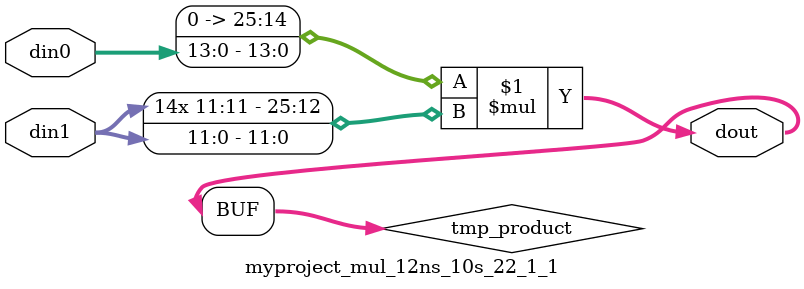
<source format=v>

`timescale 1 ns / 1 ps

 module myproject_mul_12ns_10s_22_1_1(din0, din1, dout);
parameter ID = 1;
parameter NUM_STAGE = 0;
parameter din0_WIDTH = 14;
parameter din1_WIDTH = 12;
parameter dout_WIDTH = 26;

input [din0_WIDTH - 1 : 0] din0; 
input [din1_WIDTH - 1 : 0] din1; 
output [dout_WIDTH - 1 : 0] dout;

wire signed [dout_WIDTH - 1 : 0] tmp_product;

























assign tmp_product = $signed({1'b0, din0}) * $signed(din1);










assign dout = tmp_product;





















endmodule

</source>
